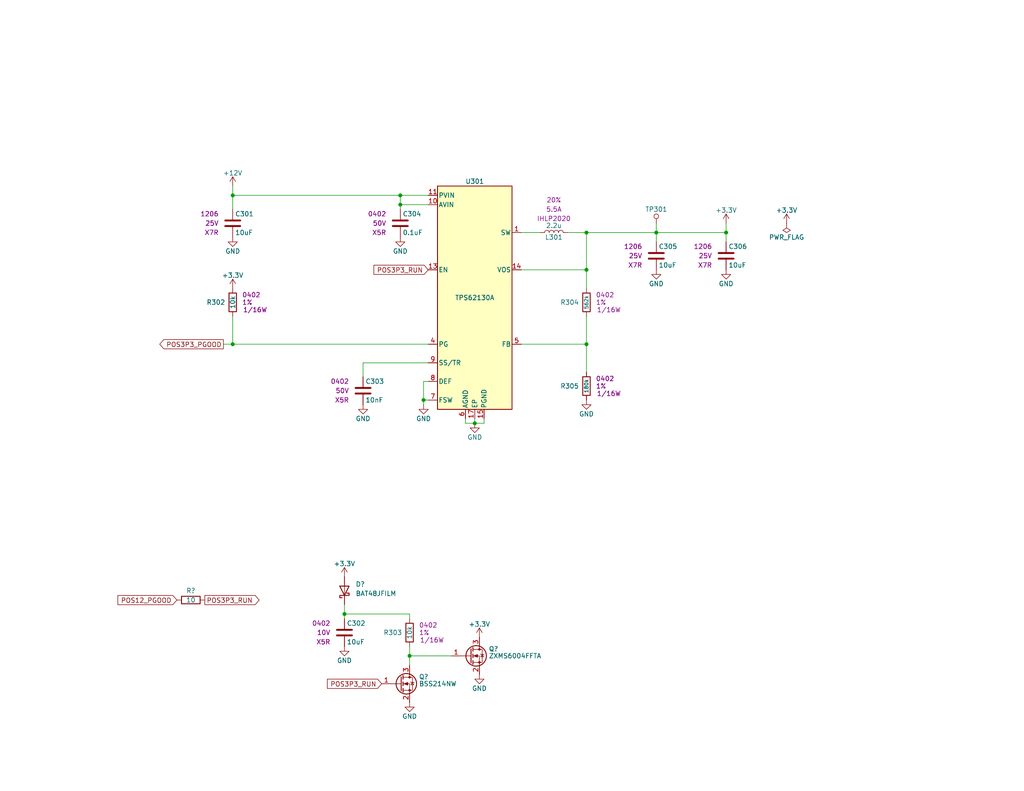
<source format=kicad_sch>
(kicad_sch (version 20231120) (generator "eeschema") (generator_version "8.0")
  (paper "A")
  (title_block (title "Stopwatch") (date "2024-01-11") (rev "A") (company "Drew Maatman"))
  (lib_symbols
    (symbol "Custom_Library:C_Custom" (pin_numbers hide) (pin_names (offset 0.254))
      (property "Reference" "C" (at 0.635 2.54 0))
      (property "Value" "C_Custom" (at 0.635 -2.54 0))
      (property "display_footprint" "Foot" (at -3.81 2.54 0))
      (property "Voltage" "V" (at -3.81 0 0))
      (property "Dielectric" "Er" (at -3.81 -2.54 0))
      (symbol "C_Custom_0_1"
        (polyline (pts (xy -2.032 -0.762) (xy 2.032 -0.762)) (stroke (width 0.508)))
        (polyline (pts (xy -2.032 0.762) (xy 2.032 0.762)) (stroke (width 0.508)))
      )
      (symbol "C_Custom_1_1"
        (pin passive line (at 0 3.81 270) (length 2.794) (name "~") (number "1"))
        (pin passive line (at 0 -3.81 90) (length 2.794) (name "~") (number "2"))
      )
    )
    (symbol "Custom_Library:L_Custom" (pin_numbers hide) (pin_names (offset 1.016) hide)
      (property "Reference" "L" (at -1.27 0 90))
      (property "Value" "L_Custom" (at 1.905 0 90))
      (property "display_footprint" "Foot" (at 3.81 0 90))
      (property "Ampacity" "A" (at 6.35 0 90))
      (property "Tolerance" "Tol" (at 8.89 0 90))
      (symbol "L_Custom_0_1"
        (arc (start 0 -2.54) (mid 0.6323 -1.905) (end 0 -1.27))
        (arc (start 0 -1.27) (mid 0.6323 -0.635) (end 0 0))
        (arc (start 0 0) (mid 0.6323 0.635) (end 0 1.27))
        (arc (start 0 1.27) (mid 0.6323 1.905) (end 0 2.54))
      )
      (symbol "L_Custom_1_1"
        (pin passive line (at 0 3.81 270) (length 1.27) (name "1") (number "1"))
        (pin passive line (at 0 -3.81 90) (length 1.27) (name "2") (number "2"))
      )
    )
    (symbol "Custom_Library:R_Custom" (pin_numbers hide) (pin_names (offset 1.016) hide)
      (property "Reference" "R" (at -2.54 0 90))
      (property "Value" "R_Custom" (at 0 0 90))
      (property "display_footprint" "Foot" (at 2.54 0 90))
      (property "Tolerance" "Tol" (at 5.08 0 90))
      (property "Wattage" "W" (at 7.62 0 90))
      (symbol "R_Custom_0_1"
        (rectangle (start 1.016 2.54) (end -1.016 -2.54) (stroke (width 0.254)))
      )
      (symbol "R_Custom_1_1"
        (pin passive line (at 0 3.81 270) (length 1.27) (name "1") (number "1"))
        (pin passive line (at 0 -3.81 90) (length 1.27) (name "2") (number "2"))
      )
    )
    (symbol "Custom_Library:TP" (pin_numbers hide) (pin_names (offset 0) hide)
      (property "Reference" "TP" (at 0 3.81 0))
      (symbol "TP_0_1"
        (polyline (pts (xy 0 0) (xy 0 1.27)))
        (circle (center 0 1.905) (radius 0.635))
      )
      (symbol "TP_1_1"
        (pin passive line (at 0 0 90) (length 0) (name "TP") (number "1"))
      )
    )
    (symbol "Custom_Library:TPS62130" (pin_names (offset 0.254))
      (property "Reference" "U" (at 0 31.75 0))
      (property "Value" "TPS62130" (at 0 0 0))
      (symbol "TPS62130_0_1"
        (rectangle (start -10.16 30.48) (end 10.16 -30.48) (stroke (width 0.254)) (fill (type background)))
      )
      (symbol "TPS62130_1_1"
        (pin output line (at 12.7 17.78 180) (length 2.54) (name "SW") (number "1"))
        (pin power_in line (at -12.7 25.4 0) (length 2.54) (name "AVIN") (number "10"))
        (pin power_in line (at -12.7 27.94 0) (length 2.54) (name "PVIN") (number "11"))
        (pin passive line (at -12.7 27.94 0) (length 2.54) hide (name "PVIN") (number "12"))
        (pin input line (at -12.7 7.62 0) (length 2.54) (name "EN") (number "13"))
        (pin input line (at 12.7 7.62 180) (length 2.54) (name "VOS") (number "14"))
        (pin power_in line (at 2.54 -33.02 90) (length 2.54) (name "PGND") (number "15"))
        (pin passive line (at 2.54 -33.02 90) (length 2.54) hide (name "PGND") (number "16"))
        (pin power_in line (at 0 -33.02 90) (length 2.54) (name "EP") (number "17"))
        (pin passive line (at 12.7 17.78 180) (length 2.54) hide (name "SW") (number "2"))
        (pin passive line (at 12.7 17.78 180) (length 2.54) hide (name "SW") (number "3"))
        (pin open_collector line (at -12.7 -12.7 0) (length 2.54) (name "PG") (number "4"))
        (pin input line (at 12.7 -12.7 180) (length 2.54) (name "FB") (number "5"))
        (pin power_in line (at -2.54 -33.02 90) (length 2.54) (name "AGND") (number "6"))
        (pin input line (at -12.7 -27.94 0) (length 2.54) (name "FSW") (number "7"))
        (pin input line (at -12.7 -22.86 0) (length 2.54) (name "DEF") (number "8"))
        (pin input line (at -12.7 -17.78 0) (length 2.54) (name "SS/TR") (number "9"))
      )
    )
    (symbol "Custom_Library:ZXMS6004FFTA" (pin_names hide)
      (property "Reference" "Q" (at 5.08 1.905 0))
      (property "Value" "Custom_Library_ZXMS6004FFTA" (at 5.08 0 0))
      (symbol "ZXMS6004FFTA_0_1"
        (polyline (pts (xy 0.254 0) (xy -2.54 0)))
        (polyline (pts (xy 0.254 1.905) (xy 0.254 -1.905)) (stroke (width 0.254)))
        (polyline (pts (xy 0.762 -1.27) (xy 0.762 -2.286)) (stroke (width 0.254)))
        (polyline (pts (xy 0.762 0.508) (xy 0.762 -0.508)) (stroke (width 0.254)))
        (polyline (pts (xy 0.762 2.286) (xy 0.762 1.27)) (stroke (width 0.254)))
        (polyline (pts (xy 2.54 2.54) (xy 2.54 1.778)))
        (polyline (pts (xy 2.54 -2.54) (xy 2.54 0) (xy 0.762 0)))
        (polyline (pts (xy 0.762 -1.778) (xy 3.302 -1.778) (xy 3.302 1.778) (xy 0.762 1.778)))
        (polyline (pts (xy 1.016 0) (xy 2.032 0.381) (xy 2.032 -0.381) (xy 1.016 0)) (fill (type outline)))
        (polyline (pts (xy 2.794 0.508) (xy 2.921 0.381) (xy 3.683 0.381) (xy 3.81 0.254)))
        (polyline (pts (xy 3.302 0.381) (xy 2.921 -0.254) (xy 3.683 -0.254) (xy 3.302 0.381)))
        (circle (center 1.651 0) (radius 2.794) (stroke (width 0.254)))
        (circle (center 2.54 -1.778) (radius 0.254) (fill (type outline)))
        (circle (center 2.54 1.778) (radius 0.254) (fill (type outline)))
      )
      (symbol "ZXMS6004FFTA_1_1"
        (pin input line (at -5.08 0 0) (length 2.54) (name "G") (number "1"))
        (pin passive line (at 2.54 -5.08 90) (length 2.54) (name "S") (number "2"))
        (pin passive line (at 2.54 5.08 270) (length 2.54) (name "D") (number "3"))
      )
    )
    (symbol "Diode:BAT48JFILM" (pin_numbers hide) (pin_names (offset 1.016) hide)
      (property "Reference" "D" (at 0 2.54 0))
      (property "Value" "BAT48JFILM" (at 0 -2.54 0))
      (symbol "BAT48JFILM_0_1"
        (polyline (pts (xy 1.27 0) (xy -1.27 0)))
        (polyline (pts (xy 1.27 1.27) (xy 1.27 -1.27) (xy -1.27 0) (xy 1.27 1.27)) (stroke (width 0.254)))
        (polyline (pts (xy -1.905 0.635) (xy -1.905 1.27) (xy -1.27 1.27) (xy -1.27 -1.27) (xy -0.635 -1.27) (xy -0.635 -0.635)) (stroke (width 0.254)))
      )
      (symbol "BAT48JFILM_1_1"
        (pin passive line (at -3.81 0 0) (length 2.54) (name "K") (number "1"))
        (pin passive line (at 3.81 0 180) (length 2.54) (name "A") (number "2"))
      )
    )
    (symbol "Transistor_FET:BSS214NW" (pin_names hide)
      (property "Reference" "Q" (at 5.08 1.905 0))
      (property "Value" "BSS214NW" (at 5.08 0 0))
      (symbol "BSS214NW_0_1"
        (polyline (pts (xy 0.254 0) (xy -2.54 0)))
        (polyline (pts (xy 0.254 1.905) (xy 0.254 -1.905)) (stroke (width 0.254)))
        (polyline (pts (xy 0.762 -1.27) (xy 0.762 -2.286)) (stroke (width 0.254)))
        (polyline (pts (xy 0.762 0.508) (xy 0.762 -0.508)) (stroke (width 0.254)))
        (polyline (pts (xy 0.762 2.286) (xy 0.762 1.27)) (stroke (width 0.254)))
        (polyline (pts (xy 2.54 2.54) (xy 2.54 1.778)))
        (polyline (pts (xy 2.54 -2.54) (xy 2.54 0) (xy 0.762 0)))
        (polyline (pts (xy 0.762 -1.778) (xy 3.302 -1.778) (xy 3.302 1.778) (xy 0.762 1.778)))
        (polyline (pts (xy 1.016 0) (xy 2.032 0.381) (xy 2.032 -0.381) (xy 1.016 0)) (fill (type outline)))
        (polyline (pts (xy 2.794 0.508) (xy 2.921 0.381) (xy 3.683 0.381) (xy 3.81 0.254)))
        (polyline (pts (xy 3.302 0.381) (xy 2.921 -0.254) (xy 3.683 -0.254) (xy 3.302 0.381)))
        (circle (center 1.651 0) (radius 2.794) (stroke (width 0.254)))
        (circle (center 2.54 -1.778) (radius 0.254) (fill (type outline)))
        (circle (center 2.54 1.778) (radius 0.254) (fill (type outline)))
      )
      (symbol "BSS214NW_1_1"
        (pin input line (at -5.08 0 0) (length 2.54) (name "G") (number "1"))
        (pin passive line (at 2.54 -5.08 90) (length 2.54) (name "S") (number "2"))
        (pin passive line (at 2.54 5.08 270) (length 2.54) (name "D") (number "3"))
      )
    )
    (symbol "power:+12V" (power) (pin_names (offset 0))
      (property "Value" "+12V" (at 0 3.556 0))
      (symbol "+12V_0_1"
        (polyline (pts (xy -0.762 1.27) (xy 0 2.54)))
        (polyline (pts (xy 0 0) (xy 0 2.54)))
        (polyline (pts (xy 0 2.54) (xy 0.762 1.27)))
      )
      (symbol "+12V_1_1"
        (pin power_in line (at 0 0 90) (length 0) hide (name "+12V") (number "1"))
      )
    )
    (symbol "power:+3.3V" (power) (pin_names (offset 0))
      (property "Value" "+3.3V" (at 0 3.556 0))
      (symbol "+3.3V_0_1"
        (polyline (pts (xy -0.762 1.27) (xy 0 2.54)))
        (polyline (pts (xy 0 0) (xy 0 2.54)))
        (polyline (pts (xy 0 2.54) (xy 0.762 1.27)))
      )
      (symbol "+3.3V_1_1"
        (pin power_in line (at 0 0 90) (length 0) hide (name "+3.3V") (number "1"))
      )
    )
    (symbol "power:GND" (power) (pin_names (offset 0))
      (property "Value" "GND" (at 0 -3.81 0))
      (symbol "GND_0_1"
        (polyline (pts (xy 0 0) (xy 0 -1.27) (xy 1.27 -1.27) (xy 0 -2.54) (xy -1.27 -1.27) (xy 0 -1.27)))
      )
      (symbol "GND_1_1"
        (pin power_in line (at 0 0 270) (length 0) hide (name "GND") (number "1"))
      )
    )
    (symbol "power:PWR_FLAG" (power) (pin_numbers hide) (pin_names (offset 0) hide)
      (property "Value" "PWR_FLAG" (at 0 3.81 0))
      (symbol "PWR_FLAG_0_0"
        (pin power_out line (at 0 0 90) (length 0) (name "pwr") (number "1"))
      )
      (symbol "PWR_FLAG_0_1"
        (polyline (pts (xy 0 0) (xy 0 1.27) (xy -1.016 1.905) (xy 0 2.54) (xy 1.016 1.905) (xy 0 1.27)))
      )
    )
  )
  (junction (at 93.98 167.64))
  (junction (at 63.5 93.98))
  (junction (at 160.02 73.66))
  (junction (at 160.02 63.5))
  (junction (at 160.02 93.98))
  (junction (at 63.5 53.34))
  (junction (at 109.22 53.34))
  (junction (at 109.22 55.88))
  (junction (at 129.54 115.57))
  (junction (at 115.57 109.22))
  (junction (at 179.07 63.5))
  (junction (at 111.76 179.07))
  (junction (at 198.12 63.5))
  (wire (pts (xy 115.57 104.14) (xy 116.84 104.14)))
  (wire (pts (xy 129.54 115.57) (xy 127 115.57)))
  (wire (pts (xy 160.02 73.66) (xy 160.02 63.5)))
  (wire (pts (xy 179.07 66.04) (xy 179.07 63.5)))
  (wire (pts (xy 63.5 93.98) (xy 63.5 86.36)))
  (wire (pts (xy 160.02 93.98) (xy 160.02 86.36)))
  (wire (pts (xy 99.06 102.87) (xy 99.06 99.06)))
  (wire (pts (xy 129.54 115.57) (xy 129.54 114.3)))
  (wire (pts (xy 115.57 110.49) (xy 115.57 109.22)))
  (wire (pts (xy 109.22 55.88) (xy 109.22 53.34)))
  (wire (pts (xy 123.19 179.07) (xy 111.76 179.07)))
  (wire (pts (xy 142.24 73.66) (xy 160.02 73.66)))
  (wire (pts (xy 60.96 93.98) (xy 63.5 93.98)))
  (wire (pts (xy 111.76 168.91) (xy 111.76 167.64)))
  (wire (pts (xy 160.02 78.74) (xy 160.02 73.66)))
  (wire (pts (xy 111.76 167.64) (xy 93.98 167.64)))
  (wire (pts (xy 127 115.57) (xy 127 114.3)))
  (wire (pts (xy 99.06 99.06) (xy 116.84 99.06)))
  (wire (pts (xy 116.84 53.34) (xy 109.22 53.34)))
  (wire (pts (xy 116.84 93.98) (xy 63.5 93.98)))
  (wire (pts (xy 198.12 60.96) (xy 198.12 63.5)))
  (wire (pts (xy 160.02 63.5) (xy 154.94 63.5)))
  (wire (pts (xy 109.22 55.88) (xy 109.22 57.15)))
  (wire (pts (xy 179.07 60.96) (xy 179.07 63.5)))
  (wire (pts (xy 111.76 179.07) (xy 111.76 181.61)))
  (wire (pts (xy 63.5 53.34) (xy 63.5 57.15)))
  (wire (pts (xy 116.84 55.88) (xy 109.22 55.88)))
  (wire (pts (xy 93.98 167.64) (xy 93.98 168.91)))
  (wire (pts (xy 63.5 53.34) (xy 109.22 53.34)))
  (wire (pts (xy 198.12 63.5) (xy 198.12 66.04)))
  (wire (pts (xy 129.54 115.57) (xy 132.08 115.57)))
  (wire (pts (xy 160.02 93.98) (xy 160.02 101.6)))
  (wire (pts (xy 179.07 63.5) (xy 160.02 63.5)))
  (wire (pts (xy 132.08 115.57) (xy 132.08 114.3)))
  (wire (pts (xy 111.76 176.53) (xy 111.76 179.07)))
  (wire (pts (xy 116.84 109.22) (xy 115.57 109.22)))
  (wire (pts (xy 115.57 109.22) (xy 115.57 104.14)))
  (wire (pts (xy 160.02 93.98) (xy 142.24 93.98)))
  (wire (pts (xy 63.5 50.8) (xy 63.5 53.34)))
  (wire (pts (xy 179.07 63.5) (xy 198.12 63.5)))
  (wire (pts (xy 142.24 63.5) (xy 147.32 63.5)))
  (wire (pts (xy 93.98 165.1) (xy 93.98 167.64)))
  (global_label "POS3P3_RUN" (shape input) (at 116.84 73.66 180) (property "Intersheetrefs" "${INTERSHEET_REFS}" (effects (hide yes))))
  (global_label "POS3P3_RUN" (shape output) (at 55.88 163.83 0) (property "Intersheetrefs" "${INTERSHEET_REFS}" (effects (hide yes))))
  (global_label "POS3P3_RUN" (shape input) (at 104.14 186.69 180) (property "Intersheetrefs" "${INTERSHEET_REFS}" (effects (hide yes))))
  (global_label "POS12_PGOOD" (shape input) (at 48.26 163.83 180) (property "Intersheetrefs" "${INTERSHEET_REFS}" (effects (hide yes))))
  (global_label "POS3P3_PGOOD" (shape output) (at 60.96 93.98 180) (property "Intersheetrefs" "${INTERSHEET_REFS}" (effects (hide yes))))
  (symbol (lib_id "Custom_Library:L_Custom") (at 151.13 63.5 90) (unit 1)
    (property "Reference" "L301" (at 151.13 64.77 90))
    (property "Value" "2.2u" (at 151.13 61.595 90))
    (property "Footprint" "Inductors_SMD:L_Vishay_IHLP-2020" (effects (hide yes)))
    (property "Digi-Key PN" "541-1236-1-ND" (effects (hide yes)))
    (property "display_footprint" "IHLP2020" (at 151.13 59.69 90))
    (property "Ampacity" "5.5A" (at 151.13 57.15 90))
    (property "Tolerance" "20%" (at 151.13 54.61 90))
  )
  (symbol (lib_id "Custom_Library:C_Custom") (at 109.22 60.96 0) (unit 1)
    (property "Reference" "C304" (at 109.855 58.42 0) (effects (justify left)))
    (property "Value" "0.1uF" (at 109.855 63.5 0) (effects (justify left)))
    (property "Footprint" "Capacitors_SMD:C_0402" (effects (hide yes)))
    (property "display_footprint" "0402" (at 105.41 58.42 0) (effects (justify right)))
    (property "Voltage" "50V" (at 105.41 60.96 0) (effects (justify right)))
    (property "Dielectric" "X5R" (at 105.41 63.5 0) (effects (justify right)))
    (property "Digi-Key PN" "490-10697-1-ND" (effects (hide yes)))
  )
  (symbol (lib_id "power:GND") (at 109.22 64.77 0) (unit 1)
    (property "Reference" "#PWR0307" (effects (hide yes)))
    (property "Value" "GND" (at 109.22 68.58 0))
  )
  (symbol (lib_id "Custom_Library:C_Custom") (at 63.5 60.96 0) (unit 1)
    (property "Reference" "C301" (at 64.135 58.42 0) (effects (justify left)))
    (property "Value" "10uF" (at 64.135 63.5 0) (effects (justify left)))
    (property "Footprint" "Capacitors_SMD:C_1206" (effects (hide yes)))
    (property "display_footprint" "1206" (at 59.69 58.42 0) (effects (justify right)))
    (property "Voltage" "25V" (at 59.69 60.96 0) (effects (justify right)))
    (property "Dielectric" "X7R" (at 59.69 63.5 0) (effects (justify right)))
    (property "Digi-Key PN" "1276-7031-1-ND" (effects (hide yes)))
  )
  (symbol (lib_id "power:GND") (at 63.5 64.77 0) (unit 1)
    (property "Reference" "#PWR0302" (effects (hide yes)))
    (property "Value" "GND" (at 63.5 68.58 0))
  )
  (symbol (lib_id "power:+12V") (at 63.5 50.8 0) (unit 1)
    (property "Reference" "#PWR0301" (effects (hide yes)))
    (property "Value" "+12V" (at 63.5 47.244 0))
  )
  (symbol (lib_id "Custom_Library:TPS62130") (at 129.54 81.28 0) (unit 1)
    (property "Reference" "U301" (at 129.54 49.53 0))
    (property "Value" "TPS62130A" (at 129.54 81.28 0))
    (property "Footprint" "Housings_DFN_QFN:QFN-16-1EP_3x3mm_Pitch0.5mm" (effects (hide yes)))
    (property "Datasheet" "http://www.ti.com/lit/ds/symlink/tps62130.pdf" (effects (hide yes)))
    (property "Digi-Key PN" "296-39446-1-ND" (effects (hide yes)))
  )
  (symbol (lib_id "power:GND") (at 129.54 115.57 0) (unit 1)
    (property "Reference" "#PWR0310" (effects (hide yes)))
    (property "Value" "GND" (at 129.54 119.38 0))
  )
  (symbol (lib_id "power:GND") (at 115.57 110.49 0) (unit 1)
    (property "Reference" "#PWR0309" (effects (hide yes)))
    (property "Value" "GND" (at 115.57 114.3 0))
  )
  (symbol (lib_id "Custom_Library:R_Custom") (at 63.5 82.55 0) (unit 1)
    (property "Reference" "R302" (at 61.468 82.55 0) (effects (justify right)))
    (property "Value" "10k" (at 63.5 82.55 90))
    (property "Footprint" "Resistors_SMD:R_0402" (effects (hide yes)))
    (property "display_footprint" "0402" (at 66.04 80.518 0) (effects (justify left)))
    (property "Tolerance" "1%" (at 66.04 82.55 0) (effects (justify left)))
    (property "Wattage" "1/16W" (at 66.294 84.582 0) (effects (justify left)))
    (property "Digi-Key PN" "RMCF0402FT10K0CT-ND" (effects (hide yes)))
  )
  (symbol (lib_id "Custom_Library:C_Custom") (at 99.06 106.68 0) (unit 1)
    (property "Reference" "C303" (at 99.695 104.14 0) (effects (justify left)))
    (property "Value" "10nF" (at 99.695 109.22 0) (effects (justify left)))
    (property "Footprint" "Capacitors_SMD:C_0402" (effects (hide yes)))
    (property "display_footprint" "0402" (at 95.25 104.14 0) (effects (justify right)))
    (property "Voltage" "50V" (at 95.25 106.68 0) (effects (justify right)))
    (property "Dielectric" "X5R" (at 95.25 109.22 0) (effects (justify right)))
    (property "Digi-Key PN" "445-12201-1-ND" (effects (hide yes)))
  )
  (symbol (lib_id "power:GND") (at 99.06 110.49 0) (unit 1)
    (property "Reference" "#PWR0306" (effects (hide yes)))
    (property "Value" "GND" (at 99.06 114.3 0))
  )
  (symbol (lib_id "Custom_Library:R_Custom") (at 160.02 82.55 0) (unit 1)
    (property "Reference" "R304" (at 157.988 82.55 0) (effects (justify right)))
    (property "Value" "562k" (at 160.02 82.55 90) (effects (font (size 1.016 1.016))))
    (property "Footprint" "Resistors_SMD:R_0402" (effects (hide yes)))
    (property "display_footprint" "0402" (at 162.56 80.518 0) (effects (justify left)))
    (property "Tolerance" "1%" (at 162.56 82.55 0) (effects (justify left)))
    (property "Wattage" "1/16W" (at 162.814 84.582 0) (effects (justify left)))
    (property "Digi-Key PN" "RMCF0402FT562KCT-ND" (effects (hide yes)))
  )
  (symbol (lib_id "Custom_Library:R_Custom") (at 160.02 105.41 0) (unit 1)
    (property "Reference" "R305" (at 157.988 105.41 0) (effects (justify right)))
    (property "Value" "180k" (at 160.02 105.41 90) (effects (font (size 1.016 1.016))))
    (property "Footprint" "Resistors_SMD:R_0402" (effects (hide yes)))
    (property "display_footprint" "0402" (at 162.56 103.378 0) (effects (justify left)))
    (property "Tolerance" "1%" (at 162.56 105.41 0) (effects (justify left)))
    (property "Wattage" "1/16W" (at 162.814 107.442 0) (effects (justify left)))
    (property "Digi-Key PN" "RMCF0402FT180KCT-ND" (effects (hide yes)))
  )
  (symbol (lib_id "power:GND") (at 160.02 109.22 0) (unit 1)
    (property "Reference" "#PWR0313" (effects (hide yes)))
    (property "Value" "GND" (at 160.02 113.03 0))
  )
  (symbol (lib_id "power:GND") (at 179.07 73.66 0) (unit 1)
    (property "Reference" "#PWR0314" (effects (hide yes)))
    (property "Value" "GND" (at 179.07 77.47 0))
  )
  (symbol (lib_id "power:GND") (at 198.12 73.66 0) (unit 1)
    (property "Reference" "#PWR0316" (effects (hide yes)))
    (property "Value" "GND" (at 198.12 77.47 0))
  )
  (symbol (lib_id "power:PWR_FLAG") (at 214.63 60.96 180) (unit 1)
    (property "Reference" "#FLG0301" (effects (hide yes)))
    (property "Value" "PWR_FLAG" (at 214.63 64.77 0))
  )
  (symbol (lib_id "Custom_Library:TP") (at 179.07 60.96 0) (unit 1)
    (property "Reference" "TP301" (at 179.07 57.15 0))
    (property "Value" "TP" (effects (hide yes)))
    (property "Footprint" "Custom Footprints Library:Test_Point" (effects (hide yes)))
  )
  (symbol (lib_id "power:GND") (at 111.76 191.77 0) (unit 1)
    (property "Reference" "#PWR?" (effects (hide yes)))
    (property "Value" "GND" (at 111.76 195.58 0))
    (instances (project "Nixie_Clock_Core" (path "" (reference "#PWR?") (unit 1))) (project "LED_Panel_Controller" (path "" (reference "#PWR?") (unit 1)) (path "" (reference "#PWR?") (unit 1))) (project "Stopwatch" (path "" (reference "#PWR0308") (unit 1))))
  )
  (symbol (lib_id "Transistor_FET:BSS214NW") (at 109.22 186.69 0) (unit 1)
    (property "Reference" "Q?" (at 114.3 184.785 0) (effects (justify left)))
    (property "Value" "BSS214NW" (at 114.3 186.69 0) (effects (justify left)))
    (property "Footprint" "Package_TO_SOT_SMD:SOT-323_SC-70" (effects (hide yes)))
    (property "Datasheet" "https://www.infineon.com/dgdl/Infineon-BSS214NW-DS-v02_02-en.pdf?fileId=db3a30431b3e89eb011b695aebc01bde" (effects (hide yes)))
    (property "Digi-Key PN" "BSS214NWH6327XTSA1CT-ND" (effects (hide yes)))
    (instances (project "Nixie_Clock_Core" (path "" (reference "Q?") (unit 1))) (project "LED_Panel_Controller" (path "" (reference "Q?") (unit 1)) (path "" (reference "Q?") (unit 1))) (project "Stopwatch" (path "" (reference "Q301") (unit 1))))
  )
  (symbol (lib_id "Diode:BAT48JFILM") (at 93.98 161.29 90) (unit 1)
    (property "Reference" "D?" (at 97.028 159.512 90) (effects (justify right)))
    (property "Value" "BAT48JFILM" (at 97.028 162.052 90) (effects (justify right)))
    (property "Footprint" "Diode_SMD:D_SOD-323" (effects (hide yes)))
    (property "Datasheet" "www.st.com/resource/en/datasheet/bat48.pdf" (effects (hide yes)))
    (property "Digi-Key PN" "497-5711-1-ND" (effects (hide yes)))
    (instances (project "Nixie_Clock_Core" (path "" (reference "D?") (unit 1))) (project "LED_Panel_Controller" (path "" (reference "D?") (unit 1)) (path "" (reference "D?") (unit 1))) (project "Stopwatch" (path "" (reference "D301") (unit 1))))
  )
  (symbol (lib_id "Custom_Library:R_Custom") (at 111.76 172.72 0) (unit 1)
    (property "Reference" "R303" (at 109.728 172.72 0) (effects (justify right)))
    (property "Value" "10k" (at 111.76 172.72 90))
    (property "Footprint" "Resistors_SMD:R_0402" (effects (hide yes)))
    (property "display_footprint" "0402" (at 114.3 170.688 0) (effects (justify left)))
    (property "Tolerance" "1%" (at 114.3 172.72 0) (effects (justify left)))
    (property "Wattage" "1/16W" (at 114.554 174.752 0) (effects (justify left)))
    (property "Digi-Key PN" "RMCF0402FT10K0CT-ND" (effects (hide yes)))
  )
  (symbol (lib_id "Custom_Library:C_Custom") (at 93.98 172.72 0) (unit 1)
    (property "Reference" "C302" (at 94.615 170.18 0) (effects (justify left)))
    (property "Value" "10uF" (at 94.615 175.26 0) (effects (justify left)))
    (property "Footprint" "Capacitors_SMD:C_0402" (effects (hide yes)))
    (property "Digi-Key PN" "490-GRM155R61A106ME11DCT-ND" (effects (hide yes)))
    (property "display_footprint" "0402" (at 90.17 170.18 0) (effects (justify right)))
    (property "Voltage" "10V" (at 90.17 172.72 0) (effects (justify right)))
    (property "Dielectric" "X5R" (at 90.17 175.26 0) (effects (justify right)))
  )
  (symbol (lib_id "power:GND") (at 93.98 176.53 0) (unit 1)
    (property "Reference" "#PWR?" (effects (hide yes)))
    (property "Value" "GND" (at 93.98 180.34 0))
    (instances (project "Nixie_Clock_Core" (path "" (reference "#PWR?") (unit 1))) (project "LED_Panel_Controller" (path "" (reference "#PWR?") (unit 1)) (path "" (reference "#PWR?") (unit 1))) (project "Stopwatch" (path "" (reference "#PWR0305") (unit 1))))
  )
  (symbol (lib_id "Custom_Library:R_Custom") (at 52.07 163.83 90) (mirror x) (unit 1)
    (property "Reference" "R?" (at 52.07 161.29 90))
    (property "Value" "10" (at 52.07 163.83 90))
    (property "Footprint" "Resistors_SMD:R_0402" (effects (hide yes)))
    (property "display_footprint" "0402" (effects (hide yes)))
    (property "Tolerance" "1%" (effects (hide yes)))
    (property "Wattage" "1/16W" (effects (hide yes)))
    (property "Digi-Key PN" "RMCF0402FT10R0CT-ND" (effects (hide yes)))
    (instances (project "Nixie_Clock_Core" (path "" (reference "R?") (unit 1))) (project "LED_Panel_Controller" (path "" (reference "R?") (unit 1)) (path "" (reference "R?") (unit 1)) (path "" (reference "R?") (unit 1)) (path "" (reference "R?") (unit 1))) (project "Stopwatch" (path "" (reference "R301") (unit 1))))
  )
  (symbol (lib_id "power:+3.3V") (at 130.81 173.99 0) (unit 1)
    (property "Reference" "#PWR0315" (effects (hide yes)))
    (property "Value" "+3.3V" (at 130.81 170.434 0))
  )
  (symbol (lib_id "Custom_Library:C_Custom") (at 179.07 69.85 0) (unit 1)
    (property "Reference" "C305" (at 179.705 67.31 0) (effects (justify left)))
    (property "Value" "10uF" (at 179.705 72.39 0) (effects (justify left)))
    (property "Footprint" "Capacitors_SMD:C_1206" (effects (hide yes)))
    (property "display_footprint" "1206" (at 175.26 67.31 0) (effects (justify right)))
    (property "Voltage" "25V" (at 175.26 69.85 0) (effects (justify right)))
    (property "Dielectric" "X7R" (at 175.26 72.39 0) (effects (justify right)))
    (property "Digi-Key PN" "1276-7031-1-ND" (effects (hide yes)))
  )
  (symbol (lib_id "power:+3.3V") (at 93.98 157.48 0) (unit 1)
    (property "Reference" "#PWR0317" (effects (hide yes)))
    (property "Value" "+3.3V" (at 93.98 153.924 0))
  )
  (symbol (lib_id "power:+3.3V") (at 63.5 78.74 0) (unit 1)
    (property "Reference" "#PWR0303" (effects (hide yes)))
    (property "Value" "+3.3V" (at 63.5 75.184 0))
  )
  (symbol (lib_id "Custom_Library:ZXMS6004FFTA") (at 128.27 179.07 0) (unit 1)
    (property "Reference" "Q?" (at 133.35 177.165 0) (effects (justify left)))
    (property "Value" "ZXMS6004FFTA" (at 133.35 179.07 0) (effects (justify left)))
    (property "Footprint" "Package_TO_SOT_SMD:SOT-23" (effects (hide yes)))
    (property "Datasheet" "https://www.diodes.com/assets/Datasheets/ZXMS6004FF.pdf" (effects (hide yes)))
    (property "Digi-Key PN" "ZXMS6004FFCT-ND" (effects (hide yes)))
    (instances (project "Nixie_Clock_Core" (path "" (reference "Q?") (unit 1))) (project "LED_Panel_Controller" (path "" (reference "Q?") (unit 1)) (path "" (reference "Q?") (unit 1))) (project "Stopwatch" (path "" (reference "Q302") (unit 1))))
  )
  (symbol (lib_id "power:GND") (at 130.81 184.15 0) (unit 1)
    (property "Reference" "#PWR?" (effects (hide yes)))
    (property "Value" "GND" (at 130.81 187.96 0))
    (instances (project "Nixie_Clock_Core" (path "" (reference "#PWR?") (unit 1))) (project "LED_Panel_Controller" (path "" (reference "#PWR?") (unit 1)) (path "" (reference "#PWR?") (unit 1))) (project "Stopwatch" (path "" (reference "#PWR0312") (unit 1))))
  )
  (symbol (lib_id "Custom_Library:C_Custom") (at 198.12 69.85 0) (unit 1)
    (property "Reference" "C306" (at 198.755 67.31 0) (effects (justify left)))
    (property "Value" "10uF" (at 198.755 72.39 0) (effects (justify left)))
    (property "Footprint" "Capacitors_SMD:C_1206" (effects (hide yes)))
    (property "display_footprint" "1206" (at 194.31 67.31 0) (effects (justify right)))
    (property "Voltage" "25V" (at 194.31 69.85 0) (effects (justify right)))
    (property "Dielectric" "X7R" (at 194.31 72.39 0) (effects (justify right)))
    (property "Digi-Key PN" "1276-7031-1-ND" (effects (hide yes)))
  )
  (symbol (lib_id "power:+3.3V") (at 214.63 60.96 0) (unit 1)
    (property "Reference" "#PWR0311" (effects (hide yes)))
    (property "Value" "+3.3V" (at 214.63 57.404 0))
  )
  (symbol (lib_id "power:+3.3V") (at 198.12 60.96 0) (unit 1)
    (property "Reference" "#PWR0304" (effects (hide yes)))
    (property "Value" "+3.3V" (at 198.12 57.404 0))
  )
)
</source>
